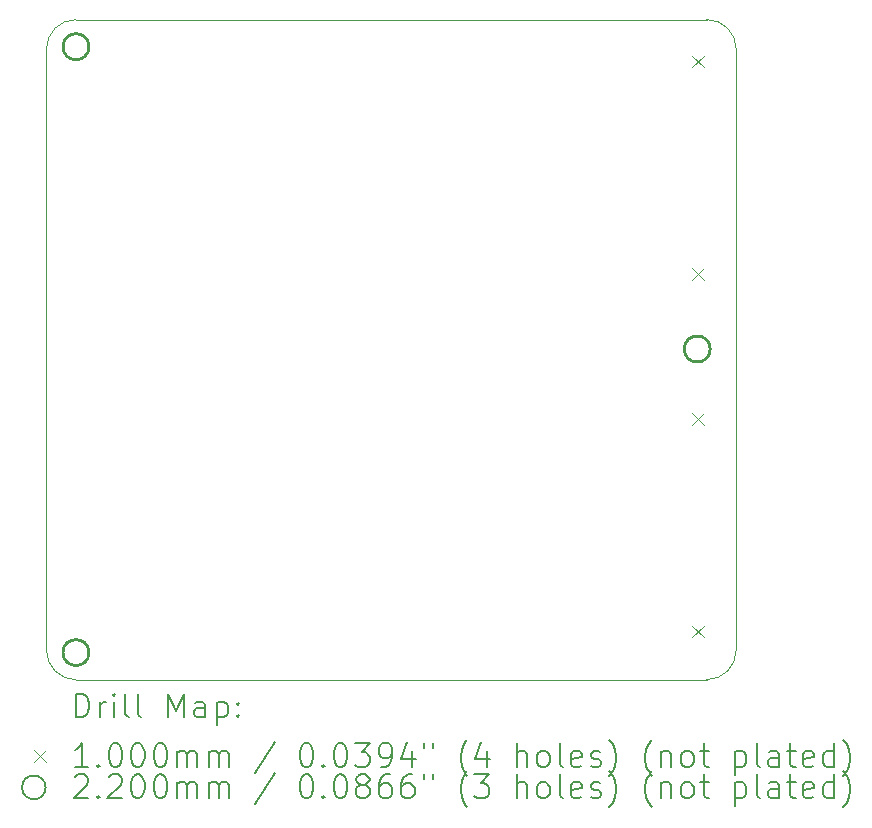
<source format=gbr>
%FSLAX45Y45*%
G04 Gerber Fmt 4.5, Leading zero omitted, Abs format (unit mm)*
G04 Created by KiCad (PCBNEW (5.99.0-12889-g70df3822b5)) date 2021-11-21 19:13:52*
%MOMM*%
%LPD*%
G01*
G04 APERTURE LIST*
%TA.AperFunction,Profile*%
%ADD10C,0.050000*%
%TD*%
%ADD11C,0.200000*%
%ADD12C,0.100000*%
%ADD13C,0.220000*%
G04 APERTURE END LIST*
D10*
X11230000Y-11270000D02*
X11230000Y-6180000D01*
X11480000Y-5930000D02*
G75*
G03*
X11230000Y-6180000I0J-250000D01*
G01*
X17070000Y-6180000D02*
G75*
G03*
X16820000Y-5930000I-250000J0D01*
G01*
X16820000Y-11520000D02*
G75*
G03*
X17070000Y-11270000I0J250000D01*
G01*
X11230000Y-11270000D02*
G75*
G03*
X11480000Y-11520000I250000J0D01*
G01*
X11480000Y-5930000D02*
X16820000Y-5930000D01*
X16820000Y-11520000D02*
X11480000Y-11520000D01*
X17070000Y-6180000D02*
X17070000Y-11270000D01*
D11*
D12*
X16694000Y-6236000D02*
X16794000Y-6336000D01*
X16794000Y-6236000D02*
X16694000Y-6336000D01*
X16694000Y-8036000D02*
X16794000Y-8136000D01*
X16794000Y-8036000D02*
X16694000Y-8136000D01*
X16694000Y-9261000D02*
X16794000Y-9361000D01*
X16794000Y-9261000D02*
X16694000Y-9361000D01*
X16694000Y-11061000D02*
X16794000Y-11161000D01*
X16794000Y-11061000D02*
X16694000Y-11161000D01*
D13*
X11590000Y-6160000D02*
G75*
G03*
X11590000Y-6160000I-110000J0D01*
G01*
X11590000Y-11290000D02*
G75*
G03*
X11590000Y-11290000I-110000J0D01*
G01*
X16850000Y-8720000D02*
G75*
G03*
X16850000Y-8720000I-110000J0D01*
G01*
D11*
X11480119Y-11837976D02*
X11480119Y-11637976D01*
X11527738Y-11637976D01*
X11556309Y-11647500D01*
X11575357Y-11666548D01*
X11584881Y-11685595D01*
X11594405Y-11723690D01*
X11594405Y-11752262D01*
X11584881Y-11790357D01*
X11575357Y-11809405D01*
X11556309Y-11828452D01*
X11527738Y-11837976D01*
X11480119Y-11837976D01*
X11680119Y-11837976D02*
X11680119Y-11704643D01*
X11680119Y-11742738D02*
X11689643Y-11723690D01*
X11699167Y-11714167D01*
X11718214Y-11704643D01*
X11737262Y-11704643D01*
X11803928Y-11837976D02*
X11803928Y-11704643D01*
X11803928Y-11637976D02*
X11794405Y-11647500D01*
X11803928Y-11657024D01*
X11813452Y-11647500D01*
X11803928Y-11637976D01*
X11803928Y-11657024D01*
X11927738Y-11837976D02*
X11908690Y-11828452D01*
X11899167Y-11809405D01*
X11899167Y-11637976D01*
X12032500Y-11837976D02*
X12013452Y-11828452D01*
X12003928Y-11809405D01*
X12003928Y-11637976D01*
X12261071Y-11837976D02*
X12261071Y-11637976D01*
X12327738Y-11780833D01*
X12394405Y-11637976D01*
X12394405Y-11837976D01*
X12575357Y-11837976D02*
X12575357Y-11733214D01*
X12565833Y-11714167D01*
X12546786Y-11704643D01*
X12508690Y-11704643D01*
X12489643Y-11714167D01*
X12575357Y-11828452D02*
X12556309Y-11837976D01*
X12508690Y-11837976D01*
X12489643Y-11828452D01*
X12480119Y-11809405D01*
X12480119Y-11790357D01*
X12489643Y-11771309D01*
X12508690Y-11761786D01*
X12556309Y-11761786D01*
X12575357Y-11752262D01*
X12670595Y-11704643D02*
X12670595Y-11904643D01*
X12670595Y-11714167D02*
X12689643Y-11704643D01*
X12727738Y-11704643D01*
X12746786Y-11714167D01*
X12756309Y-11723690D01*
X12765833Y-11742738D01*
X12765833Y-11799881D01*
X12756309Y-11818928D01*
X12746786Y-11828452D01*
X12727738Y-11837976D01*
X12689643Y-11837976D01*
X12670595Y-11828452D01*
X12851548Y-11818928D02*
X12861071Y-11828452D01*
X12851548Y-11837976D01*
X12842024Y-11828452D01*
X12851548Y-11818928D01*
X12851548Y-11837976D01*
X12851548Y-11714167D02*
X12861071Y-11723690D01*
X12851548Y-11733214D01*
X12842024Y-11723690D01*
X12851548Y-11714167D01*
X12851548Y-11733214D01*
D12*
X11122500Y-12117500D02*
X11222500Y-12217500D01*
X11222500Y-12117500D02*
X11122500Y-12217500D01*
D11*
X11584881Y-12257976D02*
X11470595Y-12257976D01*
X11527738Y-12257976D02*
X11527738Y-12057976D01*
X11508690Y-12086548D01*
X11489643Y-12105595D01*
X11470595Y-12115119D01*
X11670595Y-12238928D02*
X11680119Y-12248452D01*
X11670595Y-12257976D01*
X11661071Y-12248452D01*
X11670595Y-12238928D01*
X11670595Y-12257976D01*
X11803928Y-12057976D02*
X11822976Y-12057976D01*
X11842024Y-12067500D01*
X11851548Y-12077024D01*
X11861071Y-12096071D01*
X11870595Y-12134167D01*
X11870595Y-12181786D01*
X11861071Y-12219881D01*
X11851548Y-12238928D01*
X11842024Y-12248452D01*
X11822976Y-12257976D01*
X11803928Y-12257976D01*
X11784881Y-12248452D01*
X11775357Y-12238928D01*
X11765833Y-12219881D01*
X11756309Y-12181786D01*
X11756309Y-12134167D01*
X11765833Y-12096071D01*
X11775357Y-12077024D01*
X11784881Y-12067500D01*
X11803928Y-12057976D01*
X11994405Y-12057976D02*
X12013452Y-12057976D01*
X12032500Y-12067500D01*
X12042024Y-12077024D01*
X12051548Y-12096071D01*
X12061071Y-12134167D01*
X12061071Y-12181786D01*
X12051548Y-12219881D01*
X12042024Y-12238928D01*
X12032500Y-12248452D01*
X12013452Y-12257976D01*
X11994405Y-12257976D01*
X11975357Y-12248452D01*
X11965833Y-12238928D01*
X11956309Y-12219881D01*
X11946786Y-12181786D01*
X11946786Y-12134167D01*
X11956309Y-12096071D01*
X11965833Y-12077024D01*
X11975357Y-12067500D01*
X11994405Y-12057976D01*
X12184881Y-12057976D02*
X12203928Y-12057976D01*
X12222976Y-12067500D01*
X12232500Y-12077024D01*
X12242024Y-12096071D01*
X12251548Y-12134167D01*
X12251548Y-12181786D01*
X12242024Y-12219881D01*
X12232500Y-12238928D01*
X12222976Y-12248452D01*
X12203928Y-12257976D01*
X12184881Y-12257976D01*
X12165833Y-12248452D01*
X12156309Y-12238928D01*
X12146786Y-12219881D01*
X12137262Y-12181786D01*
X12137262Y-12134167D01*
X12146786Y-12096071D01*
X12156309Y-12077024D01*
X12165833Y-12067500D01*
X12184881Y-12057976D01*
X12337262Y-12257976D02*
X12337262Y-12124643D01*
X12337262Y-12143690D02*
X12346786Y-12134167D01*
X12365833Y-12124643D01*
X12394405Y-12124643D01*
X12413452Y-12134167D01*
X12422976Y-12153214D01*
X12422976Y-12257976D01*
X12422976Y-12153214D02*
X12432500Y-12134167D01*
X12451548Y-12124643D01*
X12480119Y-12124643D01*
X12499167Y-12134167D01*
X12508690Y-12153214D01*
X12508690Y-12257976D01*
X12603928Y-12257976D02*
X12603928Y-12124643D01*
X12603928Y-12143690D02*
X12613452Y-12134167D01*
X12632500Y-12124643D01*
X12661071Y-12124643D01*
X12680119Y-12134167D01*
X12689643Y-12153214D01*
X12689643Y-12257976D01*
X12689643Y-12153214D02*
X12699167Y-12134167D01*
X12718214Y-12124643D01*
X12746786Y-12124643D01*
X12765833Y-12134167D01*
X12775357Y-12153214D01*
X12775357Y-12257976D01*
X13165833Y-12048452D02*
X12994405Y-12305595D01*
X13422976Y-12057976D02*
X13442024Y-12057976D01*
X13461071Y-12067500D01*
X13470595Y-12077024D01*
X13480119Y-12096071D01*
X13489643Y-12134167D01*
X13489643Y-12181786D01*
X13480119Y-12219881D01*
X13470595Y-12238928D01*
X13461071Y-12248452D01*
X13442024Y-12257976D01*
X13422976Y-12257976D01*
X13403928Y-12248452D01*
X13394405Y-12238928D01*
X13384881Y-12219881D01*
X13375357Y-12181786D01*
X13375357Y-12134167D01*
X13384881Y-12096071D01*
X13394405Y-12077024D01*
X13403928Y-12067500D01*
X13422976Y-12057976D01*
X13575357Y-12238928D02*
X13584881Y-12248452D01*
X13575357Y-12257976D01*
X13565833Y-12248452D01*
X13575357Y-12238928D01*
X13575357Y-12257976D01*
X13708690Y-12057976D02*
X13727738Y-12057976D01*
X13746786Y-12067500D01*
X13756309Y-12077024D01*
X13765833Y-12096071D01*
X13775357Y-12134167D01*
X13775357Y-12181786D01*
X13765833Y-12219881D01*
X13756309Y-12238928D01*
X13746786Y-12248452D01*
X13727738Y-12257976D01*
X13708690Y-12257976D01*
X13689643Y-12248452D01*
X13680119Y-12238928D01*
X13670595Y-12219881D01*
X13661071Y-12181786D01*
X13661071Y-12134167D01*
X13670595Y-12096071D01*
X13680119Y-12077024D01*
X13689643Y-12067500D01*
X13708690Y-12057976D01*
X13842024Y-12057976D02*
X13965833Y-12057976D01*
X13899167Y-12134167D01*
X13927738Y-12134167D01*
X13946786Y-12143690D01*
X13956309Y-12153214D01*
X13965833Y-12172262D01*
X13965833Y-12219881D01*
X13956309Y-12238928D01*
X13946786Y-12248452D01*
X13927738Y-12257976D01*
X13870595Y-12257976D01*
X13851548Y-12248452D01*
X13842024Y-12238928D01*
X14061071Y-12257976D02*
X14099167Y-12257976D01*
X14118214Y-12248452D01*
X14127738Y-12238928D01*
X14146786Y-12210357D01*
X14156309Y-12172262D01*
X14156309Y-12096071D01*
X14146786Y-12077024D01*
X14137262Y-12067500D01*
X14118214Y-12057976D01*
X14080119Y-12057976D01*
X14061071Y-12067500D01*
X14051548Y-12077024D01*
X14042024Y-12096071D01*
X14042024Y-12143690D01*
X14051548Y-12162738D01*
X14061071Y-12172262D01*
X14080119Y-12181786D01*
X14118214Y-12181786D01*
X14137262Y-12172262D01*
X14146786Y-12162738D01*
X14156309Y-12143690D01*
X14327738Y-12124643D02*
X14327738Y-12257976D01*
X14280119Y-12048452D02*
X14232500Y-12191309D01*
X14356309Y-12191309D01*
X14422976Y-12057976D02*
X14422976Y-12096071D01*
X14499167Y-12057976D02*
X14499167Y-12096071D01*
X14794405Y-12334167D02*
X14784881Y-12324643D01*
X14765833Y-12296071D01*
X14756309Y-12277024D01*
X14746786Y-12248452D01*
X14737262Y-12200833D01*
X14737262Y-12162738D01*
X14746786Y-12115119D01*
X14756309Y-12086548D01*
X14765833Y-12067500D01*
X14784881Y-12038928D01*
X14794405Y-12029405D01*
X14956309Y-12124643D02*
X14956309Y-12257976D01*
X14908690Y-12048452D02*
X14861071Y-12191309D01*
X14984881Y-12191309D01*
X15213452Y-12257976D02*
X15213452Y-12057976D01*
X15299167Y-12257976D02*
X15299167Y-12153214D01*
X15289643Y-12134167D01*
X15270595Y-12124643D01*
X15242024Y-12124643D01*
X15222976Y-12134167D01*
X15213452Y-12143690D01*
X15422976Y-12257976D02*
X15403928Y-12248452D01*
X15394405Y-12238928D01*
X15384881Y-12219881D01*
X15384881Y-12162738D01*
X15394405Y-12143690D01*
X15403928Y-12134167D01*
X15422976Y-12124643D01*
X15451548Y-12124643D01*
X15470595Y-12134167D01*
X15480119Y-12143690D01*
X15489643Y-12162738D01*
X15489643Y-12219881D01*
X15480119Y-12238928D01*
X15470595Y-12248452D01*
X15451548Y-12257976D01*
X15422976Y-12257976D01*
X15603928Y-12257976D02*
X15584881Y-12248452D01*
X15575357Y-12229405D01*
X15575357Y-12057976D01*
X15756309Y-12248452D02*
X15737262Y-12257976D01*
X15699167Y-12257976D01*
X15680119Y-12248452D01*
X15670595Y-12229405D01*
X15670595Y-12153214D01*
X15680119Y-12134167D01*
X15699167Y-12124643D01*
X15737262Y-12124643D01*
X15756309Y-12134167D01*
X15765833Y-12153214D01*
X15765833Y-12172262D01*
X15670595Y-12191309D01*
X15842024Y-12248452D02*
X15861071Y-12257976D01*
X15899167Y-12257976D01*
X15918214Y-12248452D01*
X15927738Y-12229405D01*
X15927738Y-12219881D01*
X15918214Y-12200833D01*
X15899167Y-12191309D01*
X15870595Y-12191309D01*
X15851548Y-12181786D01*
X15842024Y-12162738D01*
X15842024Y-12153214D01*
X15851548Y-12134167D01*
X15870595Y-12124643D01*
X15899167Y-12124643D01*
X15918214Y-12134167D01*
X15994405Y-12334167D02*
X16003928Y-12324643D01*
X16022976Y-12296071D01*
X16032500Y-12277024D01*
X16042024Y-12248452D01*
X16051548Y-12200833D01*
X16051548Y-12162738D01*
X16042024Y-12115119D01*
X16032500Y-12086548D01*
X16022976Y-12067500D01*
X16003928Y-12038928D01*
X15994405Y-12029405D01*
X16356309Y-12334167D02*
X16346786Y-12324643D01*
X16327738Y-12296071D01*
X16318214Y-12277024D01*
X16308690Y-12248452D01*
X16299167Y-12200833D01*
X16299167Y-12162738D01*
X16308690Y-12115119D01*
X16318214Y-12086548D01*
X16327738Y-12067500D01*
X16346786Y-12038928D01*
X16356309Y-12029405D01*
X16432500Y-12124643D02*
X16432500Y-12257976D01*
X16432500Y-12143690D02*
X16442024Y-12134167D01*
X16461071Y-12124643D01*
X16489643Y-12124643D01*
X16508690Y-12134167D01*
X16518214Y-12153214D01*
X16518214Y-12257976D01*
X16642024Y-12257976D02*
X16622976Y-12248452D01*
X16613452Y-12238928D01*
X16603928Y-12219881D01*
X16603928Y-12162738D01*
X16613452Y-12143690D01*
X16622976Y-12134167D01*
X16642024Y-12124643D01*
X16670595Y-12124643D01*
X16689643Y-12134167D01*
X16699167Y-12143690D01*
X16708690Y-12162738D01*
X16708690Y-12219881D01*
X16699167Y-12238928D01*
X16689643Y-12248452D01*
X16670595Y-12257976D01*
X16642024Y-12257976D01*
X16765833Y-12124643D02*
X16842024Y-12124643D01*
X16794405Y-12057976D02*
X16794405Y-12229405D01*
X16803929Y-12248452D01*
X16822976Y-12257976D01*
X16842024Y-12257976D01*
X17061071Y-12124643D02*
X17061071Y-12324643D01*
X17061071Y-12134167D02*
X17080119Y-12124643D01*
X17118214Y-12124643D01*
X17137262Y-12134167D01*
X17146786Y-12143690D01*
X17156310Y-12162738D01*
X17156310Y-12219881D01*
X17146786Y-12238928D01*
X17137262Y-12248452D01*
X17118214Y-12257976D01*
X17080119Y-12257976D01*
X17061071Y-12248452D01*
X17270595Y-12257976D02*
X17251548Y-12248452D01*
X17242024Y-12229405D01*
X17242024Y-12057976D01*
X17432500Y-12257976D02*
X17432500Y-12153214D01*
X17422976Y-12134167D01*
X17403929Y-12124643D01*
X17365833Y-12124643D01*
X17346786Y-12134167D01*
X17432500Y-12248452D02*
X17413452Y-12257976D01*
X17365833Y-12257976D01*
X17346786Y-12248452D01*
X17337262Y-12229405D01*
X17337262Y-12210357D01*
X17346786Y-12191309D01*
X17365833Y-12181786D01*
X17413452Y-12181786D01*
X17432500Y-12172262D01*
X17499167Y-12124643D02*
X17575357Y-12124643D01*
X17527738Y-12057976D02*
X17527738Y-12229405D01*
X17537262Y-12248452D01*
X17556310Y-12257976D01*
X17575357Y-12257976D01*
X17718214Y-12248452D02*
X17699167Y-12257976D01*
X17661071Y-12257976D01*
X17642024Y-12248452D01*
X17632500Y-12229405D01*
X17632500Y-12153214D01*
X17642024Y-12134167D01*
X17661071Y-12124643D01*
X17699167Y-12124643D01*
X17718214Y-12134167D01*
X17727738Y-12153214D01*
X17727738Y-12172262D01*
X17632500Y-12191309D01*
X17899167Y-12257976D02*
X17899167Y-12057976D01*
X17899167Y-12248452D02*
X17880119Y-12257976D01*
X17842024Y-12257976D01*
X17822976Y-12248452D01*
X17813452Y-12238928D01*
X17803929Y-12219881D01*
X17803929Y-12162738D01*
X17813452Y-12143690D01*
X17822976Y-12134167D01*
X17842024Y-12124643D01*
X17880119Y-12124643D01*
X17899167Y-12134167D01*
X17975357Y-12334167D02*
X17984881Y-12324643D01*
X18003929Y-12296071D01*
X18013452Y-12277024D01*
X18022976Y-12248452D01*
X18032500Y-12200833D01*
X18032500Y-12162738D01*
X18022976Y-12115119D01*
X18013452Y-12086548D01*
X18003929Y-12067500D01*
X17984881Y-12038928D01*
X17975357Y-12029405D01*
X11222500Y-12431500D02*
G75*
G03*
X11222500Y-12431500I-100000J0D01*
G01*
X11470595Y-12341024D02*
X11480119Y-12331500D01*
X11499167Y-12321976D01*
X11546786Y-12321976D01*
X11565833Y-12331500D01*
X11575357Y-12341024D01*
X11584881Y-12360071D01*
X11584881Y-12379119D01*
X11575357Y-12407690D01*
X11461071Y-12521976D01*
X11584881Y-12521976D01*
X11670595Y-12502928D02*
X11680119Y-12512452D01*
X11670595Y-12521976D01*
X11661071Y-12512452D01*
X11670595Y-12502928D01*
X11670595Y-12521976D01*
X11756309Y-12341024D02*
X11765833Y-12331500D01*
X11784881Y-12321976D01*
X11832500Y-12321976D01*
X11851548Y-12331500D01*
X11861071Y-12341024D01*
X11870595Y-12360071D01*
X11870595Y-12379119D01*
X11861071Y-12407690D01*
X11746786Y-12521976D01*
X11870595Y-12521976D01*
X11994405Y-12321976D02*
X12013452Y-12321976D01*
X12032500Y-12331500D01*
X12042024Y-12341024D01*
X12051548Y-12360071D01*
X12061071Y-12398167D01*
X12061071Y-12445786D01*
X12051548Y-12483881D01*
X12042024Y-12502928D01*
X12032500Y-12512452D01*
X12013452Y-12521976D01*
X11994405Y-12521976D01*
X11975357Y-12512452D01*
X11965833Y-12502928D01*
X11956309Y-12483881D01*
X11946786Y-12445786D01*
X11946786Y-12398167D01*
X11956309Y-12360071D01*
X11965833Y-12341024D01*
X11975357Y-12331500D01*
X11994405Y-12321976D01*
X12184881Y-12321976D02*
X12203928Y-12321976D01*
X12222976Y-12331500D01*
X12232500Y-12341024D01*
X12242024Y-12360071D01*
X12251548Y-12398167D01*
X12251548Y-12445786D01*
X12242024Y-12483881D01*
X12232500Y-12502928D01*
X12222976Y-12512452D01*
X12203928Y-12521976D01*
X12184881Y-12521976D01*
X12165833Y-12512452D01*
X12156309Y-12502928D01*
X12146786Y-12483881D01*
X12137262Y-12445786D01*
X12137262Y-12398167D01*
X12146786Y-12360071D01*
X12156309Y-12341024D01*
X12165833Y-12331500D01*
X12184881Y-12321976D01*
X12337262Y-12521976D02*
X12337262Y-12388643D01*
X12337262Y-12407690D02*
X12346786Y-12398167D01*
X12365833Y-12388643D01*
X12394405Y-12388643D01*
X12413452Y-12398167D01*
X12422976Y-12417214D01*
X12422976Y-12521976D01*
X12422976Y-12417214D02*
X12432500Y-12398167D01*
X12451548Y-12388643D01*
X12480119Y-12388643D01*
X12499167Y-12398167D01*
X12508690Y-12417214D01*
X12508690Y-12521976D01*
X12603928Y-12521976D02*
X12603928Y-12388643D01*
X12603928Y-12407690D02*
X12613452Y-12398167D01*
X12632500Y-12388643D01*
X12661071Y-12388643D01*
X12680119Y-12398167D01*
X12689643Y-12417214D01*
X12689643Y-12521976D01*
X12689643Y-12417214D02*
X12699167Y-12398167D01*
X12718214Y-12388643D01*
X12746786Y-12388643D01*
X12765833Y-12398167D01*
X12775357Y-12417214D01*
X12775357Y-12521976D01*
X13165833Y-12312452D02*
X12994405Y-12569595D01*
X13422976Y-12321976D02*
X13442024Y-12321976D01*
X13461071Y-12331500D01*
X13470595Y-12341024D01*
X13480119Y-12360071D01*
X13489643Y-12398167D01*
X13489643Y-12445786D01*
X13480119Y-12483881D01*
X13470595Y-12502928D01*
X13461071Y-12512452D01*
X13442024Y-12521976D01*
X13422976Y-12521976D01*
X13403928Y-12512452D01*
X13394405Y-12502928D01*
X13384881Y-12483881D01*
X13375357Y-12445786D01*
X13375357Y-12398167D01*
X13384881Y-12360071D01*
X13394405Y-12341024D01*
X13403928Y-12331500D01*
X13422976Y-12321976D01*
X13575357Y-12502928D02*
X13584881Y-12512452D01*
X13575357Y-12521976D01*
X13565833Y-12512452D01*
X13575357Y-12502928D01*
X13575357Y-12521976D01*
X13708690Y-12321976D02*
X13727738Y-12321976D01*
X13746786Y-12331500D01*
X13756309Y-12341024D01*
X13765833Y-12360071D01*
X13775357Y-12398167D01*
X13775357Y-12445786D01*
X13765833Y-12483881D01*
X13756309Y-12502928D01*
X13746786Y-12512452D01*
X13727738Y-12521976D01*
X13708690Y-12521976D01*
X13689643Y-12512452D01*
X13680119Y-12502928D01*
X13670595Y-12483881D01*
X13661071Y-12445786D01*
X13661071Y-12398167D01*
X13670595Y-12360071D01*
X13680119Y-12341024D01*
X13689643Y-12331500D01*
X13708690Y-12321976D01*
X13889643Y-12407690D02*
X13870595Y-12398167D01*
X13861071Y-12388643D01*
X13851548Y-12369595D01*
X13851548Y-12360071D01*
X13861071Y-12341024D01*
X13870595Y-12331500D01*
X13889643Y-12321976D01*
X13927738Y-12321976D01*
X13946786Y-12331500D01*
X13956309Y-12341024D01*
X13965833Y-12360071D01*
X13965833Y-12369595D01*
X13956309Y-12388643D01*
X13946786Y-12398167D01*
X13927738Y-12407690D01*
X13889643Y-12407690D01*
X13870595Y-12417214D01*
X13861071Y-12426738D01*
X13851548Y-12445786D01*
X13851548Y-12483881D01*
X13861071Y-12502928D01*
X13870595Y-12512452D01*
X13889643Y-12521976D01*
X13927738Y-12521976D01*
X13946786Y-12512452D01*
X13956309Y-12502928D01*
X13965833Y-12483881D01*
X13965833Y-12445786D01*
X13956309Y-12426738D01*
X13946786Y-12417214D01*
X13927738Y-12407690D01*
X14137262Y-12321976D02*
X14099167Y-12321976D01*
X14080119Y-12331500D01*
X14070595Y-12341024D01*
X14051548Y-12369595D01*
X14042024Y-12407690D01*
X14042024Y-12483881D01*
X14051548Y-12502928D01*
X14061071Y-12512452D01*
X14080119Y-12521976D01*
X14118214Y-12521976D01*
X14137262Y-12512452D01*
X14146786Y-12502928D01*
X14156309Y-12483881D01*
X14156309Y-12436262D01*
X14146786Y-12417214D01*
X14137262Y-12407690D01*
X14118214Y-12398167D01*
X14080119Y-12398167D01*
X14061071Y-12407690D01*
X14051548Y-12417214D01*
X14042024Y-12436262D01*
X14327738Y-12321976D02*
X14289643Y-12321976D01*
X14270595Y-12331500D01*
X14261071Y-12341024D01*
X14242024Y-12369595D01*
X14232500Y-12407690D01*
X14232500Y-12483881D01*
X14242024Y-12502928D01*
X14251548Y-12512452D01*
X14270595Y-12521976D01*
X14308690Y-12521976D01*
X14327738Y-12512452D01*
X14337262Y-12502928D01*
X14346786Y-12483881D01*
X14346786Y-12436262D01*
X14337262Y-12417214D01*
X14327738Y-12407690D01*
X14308690Y-12398167D01*
X14270595Y-12398167D01*
X14251548Y-12407690D01*
X14242024Y-12417214D01*
X14232500Y-12436262D01*
X14422976Y-12321976D02*
X14422976Y-12360071D01*
X14499167Y-12321976D02*
X14499167Y-12360071D01*
X14794405Y-12598167D02*
X14784881Y-12588643D01*
X14765833Y-12560071D01*
X14756309Y-12541024D01*
X14746786Y-12512452D01*
X14737262Y-12464833D01*
X14737262Y-12426738D01*
X14746786Y-12379119D01*
X14756309Y-12350548D01*
X14765833Y-12331500D01*
X14784881Y-12302928D01*
X14794405Y-12293405D01*
X14851548Y-12321976D02*
X14975357Y-12321976D01*
X14908690Y-12398167D01*
X14937262Y-12398167D01*
X14956309Y-12407690D01*
X14965833Y-12417214D01*
X14975357Y-12436262D01*
X14975357Y-12483881D01*
X14965833Y-12502928D01*
X14956309Y-12512452D01*
X14937262Y-12521976D01*
X14880119Y-12521976D01*
X14861071Y-12512452D01*
X14851548Y-12502928D01*
X15213452Y-12521976D02*
X15213452Y-12321976D01*
X15299167Y-12521976D02*
X15299167Y-12417214D01*
X15289643Y-12398167D01*
X15270595Y-12388643D01*
X15242024Y-12388643D01*
X15222976Y-12398167D01*
X15213452Y-12407690D01*
X15422976Y-12521976D02*
X15403928Y-12512452D01*
X15394405Y-12502928D01*
X15384881Y-12483881D01*
X15384881Y-12426738D01*
X15394405Y-12407690D01*
X15403928Y-12398167D01*
X15422976Y-12388643D01*
X15451548Y-12388643D01*
X15470595Y-12398167D01*
X15480119Y-12407690D01*
X15489643Y-12426738D01*
X15489643Y-12483881D01*
X15480119Y-12502928D01*
X15470595Y-12512452D01*
X15451548Y-12521976D01*
X15422976Y-12521976D01*
X15603928Y-12521976D02*
X15584881Y-12512452D01*
X15575357Y-12493405D01*
X15575357Y-12321976D01*
X15756309Y-12512452D02*
X15737262Y-12521976D01*
X15699167Y-12521976D01*
X15680119Y-12512452D01*
X15670595Y-12493405D01*
X15670595Y-12417214D01*
X15680119Y-12398167D01*
X15699167Y-12388643D01*
X15737262Y-12388643D01*
X15756309Y-12398167D01*
X15765833Y-12417214D01*
X15765833Y-12436262D01*
X15670595Y-12455309D01*
X15842024Y-12512452D02*
X15861071Y-12521976D01*
X15899167Y-12521976D01*
X15918214Y-12512452D01*
X15927738Y-12493405D01*
X15927738Y-12483881D01*
X15918214Y-12464833D01*
X15899167Y-12455309D01*
X15870595Y-12455309D01*
X15851548Y-12445786D01*
X15842024Y-12426738D01*
X15842024Y-12417214D01*
X15851548Y-12398167D01*
X15870595Y-12388643D01*
X15899167Y-12388643D01*
X15918214Y-12398167D01*
X15994405Y-12598167D02*
X16003928Y-12588643D01*
X16022976Y-12560071D01*
X16032500Y-12541024D01*
X16042024Y-12512452D01*
X16051548Y-12464833D01*
X16051548Y-12426738D01*
X16042024Y-12379119D01*
X16032500Y-12350548D01*
X16022976Y-12331500D01*
X16003928Y-12302928D01*
X15994405Y-12293405D01*
X16356309Y-12598167D02*
X16346786Y-12588643D01*
X16327738Y-12560071D01*
X16318214Y-12541024D01*
X16308690Y-12512452D01*
X16299167Y-12464833D01*
X16299167Y-12426738D01*
X16308690Y-12379119D01*
X16318214Y-12350548D01*
X16327738Y-12331500D01*
X16346786Y-12302928D01*
X16356309Y-12293405D01*
X16432500Y-12388643D02*
X16432500Y-12521976D01*
X16432500Y-12407690D02*
X16442024Y-12398167D01*
X16461071Y-12388643D01*
X16489643Y-12388643D01*
X16508690Y-12398167D01*
X16518214Y-12417214D01*
X16518214Y-12521976D01*
X16642024Y-12521976D02*
X16622976Y-12512452D01*
X16613452Y-12502928D01*
X16603928Y-12483881D01*
X16603928Y-12426738D01*
X16613452Y-12407690D01*
X16622976Y-12398167D01*
X16642024Y-12388643D01*
X16670595Y-12388643D01*
X16689643Y-12398167D01*
X16699167Y-12407690D01*
X16708690Y-12426738D01*
X16708690Y-12483881D01*
X16699167Y-12502928D01*
X16689643Y-12512452D01*
X16670595Y-12521976D01*
X16642024Y-12521976D01*
X16765833Y-12388643D02*
X16842024Y-12388643D01*
X16794405Y-12321976D02*
X16794405Y-12493405D01*
X16803929Y-12512452D01*
X16822976Y-12521976D01*
X16842024Y-12521976D01*
X17061071Y-12388643D02*
X17061071Y-12588643D01*
X17061071Y-12398167D02*
X17080119Y-12388643D01*
X17118214Y-12388643D01*
X17137262Y-12398167D01*
X17146786Y-12407690D01*
X17156310Y-12426738D01*
X17156310Y-12483881D01*
X17146786Y-12502928D01*
X17137262Y-12512452D01*
X17118214Y-12521976D01*
X17080119Y-12521976D01*
X17061071Y-12512452D01*
X17270595Y-12521976D02*
X17251548Y-12512452D01*
X17242024Y-12493405D01*
X17242024Y-12321976D01*
X17432500Y-12521976D02*
X17432500Y-12417214D01*
X17422976Y-12398167D01*
X17403929Y-12388643D01*
X17365833Y-12388643D01*
X17346786Y-12398167D01*
X17432500Y-12512452D02*
X17413452Y-12521976D01*
X17365833Y-12521976D01*
X17346786Y-12512452D01*
X17337262Y-12493405D01*
X17337262Y-12474357D01*
X17346786Y-12455309D01*
X17365833Y-12445786D01*
X17413452Y-12445786D01*
X17432500Y-12436262D01*
X17499167Y-12388643D02*
X17575357Y-12388643D01*
X17527738Y-12321976D02*
X17527738Y-12493405D01*
X17537262Y-12512452D01*
X17556310Y-12521976D01*
X17575357Y-12521976D01*
X17718214Y-12512452D02*
X17699167Y-12521976D01*
X17661071Y-12521976D01*
X17642024Y-12512452D01*
X17632500Y-12493405D01*
X17632500Y-12417214D01*
X17642024Y-12398167D01*
X17661071Y-12388643D01*
X17699167Y-12388643D01*
X17718214Y-12398167D01*
X17727738Y-12417214D01*
X17727738Y-12436262D01*
X17632500Y-12455309D01*
X17899167Y-12521976D02*
X17899167Y-12321976D01*
X17899167Y-12512452D02*
X17880119Y-12521976D01*
X17842024Y-12521976D01*
X17822976Y-12512452D01*
X17813452Y-12502928D01*
X17803929Y-12483881D01*
X17803929Y-12426738D01*
X17813452Y-12407690D01*
X17822976Y-12398167D01*
X17842024Y-12388643D01*
X17880119Y-12388643D01*
X17899167Y-12398167D01*
X17975357Y-12598167D02*
X17984881Y-12588643D01*
X18003929Y-12560071D01*
X18013452Y-12541024D01*
X18022976Y-12512452D01*
X18032500Y-12464833D01*
X18032500Y-12426738D01*
X18022976Y-12379119D01*
X18013452Y-12350548D01*
X18003929Y-12331500D01*
X17984881Y-12302928D01*
X17975357Y-12293405D01*
M02*

</source>
